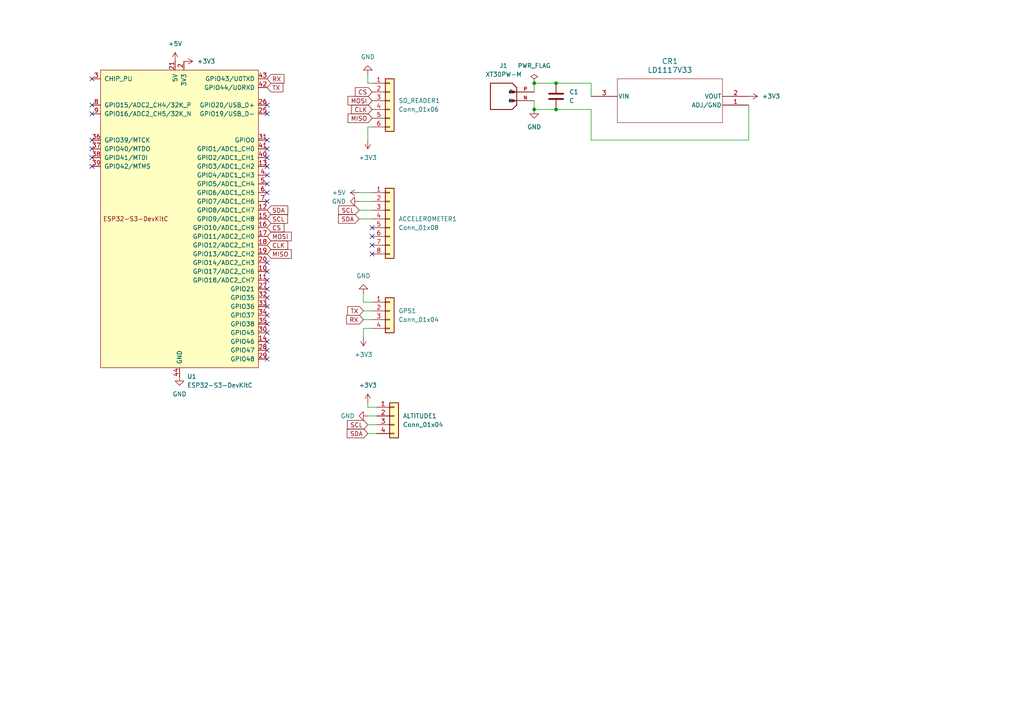
<source format=kicad_sch>
(kicad_sch (version 20231120) (generator "eeschema") (generator_version "8.0")
  (paper "A4")
  (lib_symbols
    (symbol "Connector_Generic:Conn_01x04" (pin_names (offset 1.016) hide)
      (property "Reference" "J" (at 0 5.08 0))
      (property "Value" "Conn_01x04" (at 0 -7.62 0))
      (symbol "Conn_01x04_1_1"
        (rectangle (start -1.27 -4.953) (end 0 -5.207) (stroke (width 0.1524)))
        (rectangle (start -1.27 -2.413) (end 0 -2.667) (stroke (width 0.1524)))
        (rectangle (start -1.27 0.127) (end 0 -0.127) (stroke (width 0.1524)))
        (rectangle (start -1.27 2.667) (end 0 2.413) (stroke (width 0.1524)))
        (rectangle (start -1.27 3.81) (end 1.27 -6.35) (stroke (width 0.254)) (fill (type background)))
        (pin passive line (at -5.08 2.54 0) (length 3.81) (name "Pin_1") (number "1"))
        (pin passive line (at -5.08 0 0) (length 3.81) (name "Pin_2") (number "2"))
        (pin passive line (at -5.08 -2.54 0) (length 3.81) (name "Pin_3") (number "3"))
        (pin passive line (at -5.08 -5.08 0) (length 3.81) (name "Pin_4") (number "4"))
      )
    )
    (symbol "Connector_Generic:Conn_01x06" (pin_names (offset 1.016) hide)
      (property "Reference" "J" (at 0 7.62 0))
      (property "Value" "Conn_01x06" (at 0 -10.16 0))
      (symbol "Conn_01x06_1_1"
        (rectangle (start -1.27 -7.493) (end 0 -7.747) (stroke (width 0.1524)))
        (rectangle (start -1.27 -4.953) (end 0 -5.207) (stroke (width 0.1524)))
        (rectangle (start -1.27 -2.413) (end 0 -2.667) (stroke (width 0.1524)))
        (rectangle (start -1.27 0.127) (end 0 -0.127) (stroke (width 0.1524)))
        (rectangle (start -1.27 2.667) (end 0 2.413) (stroke (width 0.1524)))
        (rectangle (start -1.27 5.207) (end 0 4.953) (stroke (width 0.1524)))
        (rectangle (start -1.27 6.35) (end 1.27 -8.89) (stroke (width 0.254)) (fill (type background)))
        (pin passive line (at -5.08 5.08 0) (length 3.81) (name "Pin_1") (number "1"))
        (pin passive line (at -5.08 2.54 0) (length 3.81) (name "Pin_2") (number "2"))
        (pin passive line (at -5.08 0 0) (length 3.81) (name "Pin_3") (number "3"))
        (pin passive line (at -5.08 -2.54 0) (length 3.81) (name "Pin_4") (number "4"))
        (pin passive line (at -5.08 -5.08 0) (length 3.81) (name "Pin_5") (number "5"))
        (pin passive line (at -5.08 -7.62 0) (length 3.81) (name "Pin_6") (number "6"))
      )
    )
    (symbol "Connector_Generic:Conn_01x08" (pin_names (offset 1.016) hide)
      (property "Reference" "J" (at 0 10.16 0))
      (property "Value" "Conn_01x08" (at 0 -12.7 0))
      (symbol "Conn_01x08_1_1"
        (rectangle (start -1.27 -10.033) (end 0 -10.287) (stroke (width 0.1524)))
        (rectangle (start -1.27 -7.493) (end 0 -7.747) (stroke (width 0.1524)))
        (rectangle (start -1.27 -4.953) (end 0 -5.207) (stroke (width 0.1524)))
        (rectangle (start -1.27 -2.413) (end 0 -2.667) (stroke (width 0.1524)))
        (rectangle (start -1.27 0.127) (end 0 -0.127) (stroke (width 0.1524)))
        (rectangle (start -1.27 2.667) (end 0 2.413) (stroke (width 0.1524)))
        (rectangle (start -1.27 5.207) (end 0 4.953) (stroke (width 0.1524)))
        (rectangle (start -1.27 7.747) (end 0 7.493) (stroke (width 0.1524)))
        (rectangle (start -1.27 8.89) (end 1.27 -11.43) (stroke (width 0.254)) (fill (type background)))
        (pin passive line (at -5.08 7.62 0) (length 3.81) (name "Pin_1") (number "1"))
        (pin passive line (at -5.08 5.08 0) (length 3.81) (name "Pin_2") (number "2"))
        (pin passive line (at -5.08 2.54 0) (length 3.81) (name "Pin_3") (number "3"))
        (pin passive line (at -5.08 0 0) (length 3.81) (name "Pin_4") (number "4"))
        (pin passive line (at -5.08 -2.54 0) (length 3.81) (name "Pin_5") (number "5"))
        (pin passive line (at -5.08 -5.08 0) (length 3.81) (name "Pin_6") (number "6"))
        (pin passive line (at -5.08 -7.62 0) (length 3.81) (name "Pin_7") (number "7"))
        (pin passive line (at -5.08 -10.16 0) (length 3.81) (name "Pin_8") (number "8"))
      )
    )
    (symbol "Device:C" (pin_numbers hide) (pin_names (offset 0.254))
      (property "Reference" "C" (at 0.635 2.54 0))
      (property "Value" "C" (at 0.635 -2.54 0))
      (symbol "C_0_1"
        (polyline (pts (xy -2.032 -0.762) (xy 2.032 -0.762)) (stroke (width 0.508)))
        (polyline (pts (xy -2.032 0.762) (xy 2.032 0.762)) (stroke (width 0.508)))
      )
      (symbol "C_1_1"
        (pin passive line (at 0 3.81 270) (length 2.794) (name "~") (number "1"))
        (pin passive line (at 0 -3.81 90) (length 2.794) (name "~") (number "2"))
      )
    )
    (symbol "LD117V33:LD1117V33" (pin_names (offset 0.254))
      (property "Reference" "CR" (at 22.86 10.16 0))
      (property "Value" "LD1117V33" (at 22.86 7.62 0))
      (symbol "LD1117V33_0_1"
        (polyline (pts (xy 7.62 -7.62) (xy 38.1 -7.62)) (stroke (width 0.127)))
        (polyline (pts (xy 7.62 5.08) (xy 7.62 -7.62)) (stroke (width 0.127)))
        (polyline (pts (xy 38.1 -7.62) (xy 38.1 5.08)) (stroke (width 0.127)))
        (polyline (pts (xy 38.1 5.08) (xy 7.62 5.08)) (stroke (width 0.127)))
        (pin power_out line (at 0 0 0) (length 7.62) (name "ADJ/GND") (number "1"))
        (pin power_in line (at 0 -2.54 0) (length 7.62) (name "VOUT") (number "2"))
        (pin power_in line (at 45.72 -2.54 180) (length 7.62) (name "VIN") (number "3"))
      )
    )
    (symbol "PCM_Espressif:ESP32-S3-DevKitC" (pin_names (offset 1.016))
      (property "Reference" "U" (at -22.86 48.26 0))
      (property "Value" "ESP32-S3-DevKitC" (at -22.86 45.72 0))
      (symbol "ESP32-S3-DevKitC_0_0"
        (text "ESP32-S3-DevKitC" (at -12.7 0 0) (effects (font (size 1.27 1.27))))
        (pin bidirectional line (at 25.4 -35.56 180) (length 2.54) (name "GPIO46") (number "14"))
        (pin bidirectional line (at 25.4 -10.16 180) (length 2.54) (name "GPIO13/ADC2_CH2") (number "19"))
        (pin bidirectional line (at -25.4 15.24 0) (length 2.54) (name "GPIO42/MTMS") (number "39"))
        (pin bidirectional line (at 25.4 17.78 180) (length 2.54) (name "GPIO2/ADC1_CH1") (number "40"))
        (pin bidirectional line (at 25.4 20.32 180) (length 2.54) (name "GPIO1/ADC1_CH0") (number "41"))
        (pin bidirectional line (at 25.4 38.1 180) (length 2.54) (name "GPIO44/U0RXD") (number "42"))
        (pin bidirectional line (at 25.4 40.64 180) (length 2.54) (name "GPIO43/U0TXD") (number "43"))
        (pin power_in line (at 0 -45.72 90) (length 2.54) (name "GND") (number "44"))
      )
      (symbol "ESP32-S3-DevKitC_0_1"
        (rectangle (start -22.86 43.18) (end 22.86 -43.18) (fill (type background)))
        (pin power_in line (at 1.27 45.72 270) (length 2.54) (name "3V3") (number "2"))
      )
      (symbol "ESP32-S3-DevKitC_1_1"
        (pin passive line (at 1.27 45.72 270) (length 2.54) hide (name "3V3") (number "1"))
        (pin bidirectional line (at 25.4 -15.24 180) (length 2.54) (name "GPIO17/ADC2_CH6") (number "10"))
        (pin bidirectional line (at 25.4 -17.78 180) (length 2.54) (name "GPIO18/ADC2_CH7") (number "11"))
        (pin bidirectional line (at 25.4 2.54 180) (length 2.54) (name "GPIO8/ADC1_CH7") (number "12"))
        (pin bidirectional line (at 25.4 15.24 180) (length 2.54) (name "GPIO3/ADC1_CH2") (number "13"))
        (pin bidirectional line (at 25.4 0 180) (length 2.54) (name "GPIO9/ADC1_CH8") (number "15"))
        (pin bidirectional line (at 25.4 -2.54 180) (length 2.54) (name "GPIO10/ADC1_CH9") (number "16"))
        (pin bidirectional line (at 25.4 -5.08 180) (length 2.54) (name "GPIO11/ADC2_CH0") (number "17"))
        (pin bidirectional line (at 25.4 -7.62 180) (length 2.54) (name "GPIO12/ADC2_CH1") (number "18"))
        (pin bidirectional line (at 25.4 -12.7 180) (length 2.54) (name "GPIO14/ADC2_CH3") (number "20"))
        (pin power_in line (at -1.27 45.72 270) (length 2.54) (name "5V") (number "21"))
        (pin passive line (at 0 -45.72 90) (length 2.54) hide (name "GND") (number "22"))
        (pin passive line (at 0 -45.72 90) (length 2.54) hide (name "GND") (number "23"))
        (pin passive line (at 0 -45.72 90) (length 2.54) hide (name "GND") (number "24"))
        (pin bidirectional line (at 25.4 30.48 180) (length 2.54) (name "GPIO19/USB_D-") (number "25"))
        (pin bidirectional line (at 25.4 33.02 180) (length 2.54) (name "GPIO20/USB_D+") (number "26"))
        (pin bidirectional line (at 25.4 -20.32 180) (length 2.54) (name "GPIO21") (number "27"))
        (pin bidirectional line (at 25.4 -38.1 180) (length 2.54) (name "GPIO47") (number "28"))
        (pin bidirectional line (at 25.4 -40.64 180) (length 2.54) (name "GPIO48") (number "29"))
        (pin input line (at -25.4 40.64 0) (length 2.54) (name "CHIP_PU") (number "3"))
        (pin bidirectional line (at 25.4 -33.02 180) (length 2.54) (name "GPIO45") (number "30"))
        (pin bidirectional line (at 25.4 22.86 180) (length 2.54) (name "GPIO0") (number "31"))
        (pin bidirectional line (at 25.4 -22.86 180) (length 2.54) (name "GPIO35") (number "32"))
        (pin bidirectional line (at 25.4 -25.4 180) (length 2.54) (name "GPIO36") (number "33"))
        (pin bidirectional line (at 25.4 -27.94 180) (length 2.54) (name "GPIO37") (number "34"))
        (pin bidirectional line (at 25.4 -30.48 180) (length 2.54) (name "GPIO38") (number "35"))
        (pin bidirectional line (at -25.4 22.86 0) (length 2.54) (name "GPIO39/MTCK") (number "36"))
        (pin bidirectional line (at -25.4 20.32 0) (length 2.54) (name "GPIO40/MTDO") (number "37"))
        (pin bidirectional line (at -25.4 17.78 0) (length 2.54) (name "GPIO41/MTDI") (number "38"))
        (pin bidirectional line (at 25.4 12.7 180) (length 2.54) (name "GPIO4/ADC1_CH3") (number "4"))
        (pin bidirectional line (at 25.4 10.16 180) (length 2.54) (name "GPIO5/ADC1_CH4") (number "5"))
        (pin bidirectional line (at 25.4 7.62 180) (length 2.54) (name "GPIO6/ADC1_CH5") (number "6"))
        (pin bidirectional line (at 25.4 5.08 180) (length 2.54) (name "GPIO7/ADC1_CH6") (number "7"))
        (pin bidirectional line (at -25.4 33.02 0) (length 2.54) (name "GPIO15/ADC2_CH4/32K_P") (number "8"))
        (pin bidirectional line (at -25.4 30.48 0) (length 2.54) (name "GPIO16/ADC2_CH5/32K_N") (number "9"))
      )
    )
    (symbol "XT30PW-M:XT30PW-M" (pin_names (offset 1.016))
      (property "Reference" "J" (at -7.62 3.302 0))
      (property "Value" "XT30PW-M" (at -7.62 -7.62 0))
      (symbol "XT30PW-M_0_0"
        (rectangle (start -2.2225 -2.8575) (end -0.635 -2.2225) (stroke (width 0.1)) (fill (type outline)))
        (rectangle (start -2.2225 -0.3175) (end -0.635 0.3175) (stroke (width 0.1)) (fill (type outline)))
        (polyline (pts (xy -7.62 -5.08) (xy -7.62 2.54)) (stroke (width 0.254)))
        (polyline (pts (xy -7.62 2.54) (xy -1.27 2.54)) (stroke (width 0.254)))
        (polyline (pts (xy -1.27 -5.08) (xy -7.62 -5.08)) (stroke (width 0.254)))
        (polyline (pts (xy 0 -3.81) (xy -1.27 -5.08)) (stroke (width 0.254)))
        (polyline (pts (xy 0 -2.54) (xy -1.905 -2.54)) (stroke (width 0.254)))
        (polyline (pts (xy 0 0) (xy -1.905 0)) (stroke (width 0.254)))
        (polyline (pts (xy 0 0) (xy 0 -3.81)) (stroke (width 0.254)))
        (polyline (pts (xy 0 1.27) (xy -1.27 2.54)) (stroke (width 0.254)))
        (polyline (pts (xy 0 1.27) (xy 0 0)) (stroke (width 0.254)))
        (pin power_in line (at 5.08 -2.54 180) (length 5.08) (name "N") (number "N"))
        (pin power_in line (at 5.08 0 180) (length 5.08) (name "P") (number "P"))
      )
    )
    (symbol "power:+3V3" (power) (pin_numbers hide) (pin_names (offset 0) hide)
      (property "Value" "+3V3" (at 0 3.556 0))
      (symbol "+3V3_0_1"
        (polyline (pts (xy -0.762 1.27) (xy 0 2.54)))
        (polyline (pts (xy 0 0) (xy 0 2.54)))
        (polyline (pts (xy 0 2.54) (xy 0.762 1.27)))
      )
      (symbol "+3V3_1_1"
        (pin power_in line (at 0 0 90) (length 0) (name "~") (number "1"))
      )
    )
    (symbol "power:+5V" (power) (pin_numbers hide) (pin_names (offset 0) hide)
      (property "Value" "+5V" (at 0 3.556 0))
      (symbol "+5V_0_1"
        (polyline (pts (xy -0.762 1.27) (xy 0 2.54)))
        (polyline (pts (xy 0 0) (xy 0 2.54)))
        (polyline (pts (xy 0 2.54) (xy 0.762 1.27)))
      )
      (symbol "+5V_1_1"
        (pin power_in line (at 0 0 90) (length 0) (name "~") (number "1"))
      )
    )
    (symbol "power:GND" (power) (pin_numbers hide) (pin_names (offset 0) hide)
      (property "Value" "GND" (at 0 -3.81 0))
      (symbol "GND_0_1"
        (polyline (pts (xy 0 0) (xy 0 -1.27) (xy 1.27 -1.27) (xy 0 -2.54) (xy -1.27 -1.27) (xy 0 -1.27)))
      )
      (symbol "GND_1_1"
        (pin power_in line (at 0 0 270) (length 0) (name "~") (number "1"))
      )
    )
    (symbol "power:PWR_FLAG" (power) (pin_numbers hide) (pin_names (offset 0) hide)
      (property "Value" "PWR_FLAG" (at 0 3.81 0))
      (symbol "PWR_FLAG_0_0"
        (pin power_out line (at 0 0 90) (length 0) (name "~") (number "1"))
      )
      (symbol "PWR_FLAG_0_1"
        (polyline (pts (xy 0 0) (xy 0 1.27) (xy -1.016 1.905) (xy 0 2.54) (xy 1.016 1.905) (xy 0 1.27)))
      )
    )
  )
  (junction (at 161.29 24.13))
  (junction (at 154.94 24.13))
  (junction (at 161.29 31.75))
  (junction (at 154.94 31.75))
  (no_connect (at 26.67 48.26))
  (no_connect (at 26.67 45.72))
  (no_connect (at 107.95 71.12))
  (no_connect (at 77.47 101.6))
  (no_connect (at 77.47 86.36))
  (no_connect (at 77.47 76.2))
  (no_connect (at 77.47 45.72))
  (no_connect (at 77.47 93.98))
  (no_connect (at 26.67 30.48))
  (no_connect (at 77.47 50.8))
  (no_connect (at 77.47 81.28))
  (no_connect (at 26.67 33.02))
  (no_connect (at 77.47 78.74))
  (no_connect (at 26.67 43.18))
  (no_connect (at 77.47 48.26))
  (no_connect (at 77.47 43.18))
  (no_connect (at 77.47 99.06))
  (no_connect (at 77.47 88.9))
  (no_connect (at 77.47 104.14))
  (no_connect (at 26.67 40.64))
  (no_connect (at 77.47 30.48))
  (no_connect (at 107.95 73.66))
  (no_connect (at 107.95 66.04))
  (no_connect (at 77.47 83.82))
  (no_connect (at 77.47 33.02))
  (no_connect (at 77.47 58.42))
  (no_connect (at 77.47 96.52))
  (no_connect (at 77.47 40.64))
  (no_connect (at 26.67 22.86))
  (no_connect (at 77.47 53.34))
  (no_connect (at 107.95 68.58))
  (no_connect (at 77.47 55.88))
  (no_connect (at 77.47 91.44))
  (wire (pts (xy 106.68 118.11) (xy 109.22 118.11)))
  (wire (pts (xy 217.17 40.64) (xy 217.17 30.48)))
  (wire (pts (xy 107.95 95.25) (xy 105.41 95.25)))
  (wire (pts (xy 104.14 55.88) (xy 107.95 55.88)))
  (wire (pts (xy 106.68 36.83) (xy 106.68 40.64)))
  (wire (pts (xy 106.68 21.59) (xy 106.68 24.13)))
  (wire (pts (xy 171.45 40.64) (xy 217.17 40.64)))
  (wire (pts (xy 107.95 36.83) (xy 106.68 36.83)))
  (wire (pts (xy 104.14 63.5) (xy 107.95 63.5)))
  (wire (pts (xy 106.68 120.65) (xy 109.22 120.65)))
  (wire (pts (xy 154.94 26.67) (xy 154.94 24.13)))
  (wire (pts (xy 154.94 29.21) (xy 154.94 31.75)))
  (wire (pts (xy 154.94 24.13) (xy 161.29 24.13)))
  (wire (pts (xy 106.68 24.13) (xy 107.95 24.13)))
  (wire (pts (xy 105.41 87.63) (xy 107.95 87.63)))
  (wire (pts (xy 104.14 60.96) (xy 107.95 60.96)))
  (wire (pts (xy 105.41 92.71) (xy 107.95 92.71)))
  (wire (pts (xy 171.45 24.13) (xy 171.45 27.94)))
  (wire (pts (xy 104.14 58.42) (xy 107.95 58.42)))
  (wire (pts (xy 105.41 95.25) (xy 105.41 97.79)))
  (wire (pts (xy 106.68 125.73) (xy 109.22 125.73)))
  (wire (pts (xy 171.45 31.75) (xy 171.45 40.64)))
  (wire (pts (xy 106.68 116.84) (xy 106.68 118.11)))
  (wire (pts (xy 105.41 85.09) (xy 105.41 87.63)))
  (wire (pts (xy 106.68 123.19) (xy 109.22 123.19)))
  (wire (pts (xy 161.29 24.13) (xy 171.45 24.13)))
  (wire (pts (xy 161.29 31.75) (xy 171.45 31.75)))
  (wire (pts (xy 154.94 31.75) (xy 161.29 31.75)))
  (wire (pts (xy 105.41 90.17) (xy 107.95 90.17)))
  (global_label "SDA" (shape input) (at 106.68 125.73 180) (property "Intersheetrefs" "${INTERSHEET_REFS}" (effects (hide yes))))
  (global_label "MISO" (shape input) (at 107.95 34.29 180) (property "Intersheetrefs" "${INTERSHEET_REFS}" (effects (hide yes))))
  (global_label "TX" (shape input) (at 77.47 25.4 0) (property "Intersheetrefs" "${INTERSHEET_REFS}" (effects (hide yes))))
  (global_label "RX" (shape input) (at 77.47 22.86 0) (property "Intersheetrefs" "${INTERSHEET_REFS}" (effects (hide yes))))
  (global_label "SCL" (shape input) (at 106.68 123.19 180) (property "Intersheetrefs" "${INTERSHEET_REFS}" (effects (hide yes))))
  (global_label "TX" (shape input) (at 105.41 90.17 180) (property "Intersheetrefs" "${INTERSHEET_REFS}" (effects (hide yes))))
  (global_label "MOSI" (shape input) (at 77.47 68.58 0) (property "Intersheetrefs" "${INTERSHEET_REFS}" (effects (hide yes))))
  (global_label "RX" (shape input) (at 105.41 92.71 180) (property "Intersheetrefs" "${INTERSHEET_REFS}" (effects (hide yes))))
  (global_label "MOSI" (shape input) (at 107.95 29.21 180) (property "Intersheetrefs" "${INTERSHEET_REFS}" (effects (hide yes))))
  (global_label "MISO" (shape input) (at 77.47 73.66 0) (property "Intersheetrefs" "${INTERSHEET_REFS}" (effects (hide yes))))
  (global_label "SDA" (shape input) (at 104.14 63.5 180) (property "Intersheetrefs" "${INTERSHEET_REFS}" (effects (hide yes))))
  (global_label "SDA" (shape input) (at 77.47 60.96 0) (property "Intersheetrefs" "${INTERSHEET_REFS}" (effects (hide yes))))
  (global_label "CS" (shape input) (at 77.47 66.04 0) (property "Intersheetrefs" "${INTERSHEET_REFS}" (effects (hide yes))))
  (global_label "CS" (shape input) (at 107.95 26.67 180) (property "Intersheetrefs" "${INTERSHEET_REFS}" (effects (hide yes))))
  (global_label "CLK" (shape input) (at 107.95 31.75 180) (property "Intersheetrefs" "${INTERSHEET_REFS}" (effects (hide yes))))
  (global_label "CLK" (shape input) (at 77.47 71.12 0) (property "Intersheetrefs" "${INTERSHEET_REFS}" (effects (hide yes))))
  (global_label "SCL" (shape input) (at 104.14 60.96 180) (property "Intersheetrefs" "${INTERSHEET_REFS}" (effects (hide yes))))
  (global_label "SCL" (shape input) (at 77.47 63.5 0) (property "Intersheetrefs" "${INTERSHEET_REFS}" (effects (hide yes))))
  (symbol (lib_id "power:GND") (at 105.41 85.09 180) (unit 1)
    (property "Reference" "#PWR05" (effects (hide yes)))
    (property "Value" "GND" (at 105.41 80.01 0))
    (property "Description" "Power symbol creates a global label with name \"GND\" , ground" (effects (hide yes)))
  )
  (symbol (lib_id "Connector_Generic:Conn_01x04") (at 113.03 90.17 0) (unit 1)
    (property "Reference" "GPS1" (at 115.57 90.1699 0) (effects (justify left)))
    (property "Value" "Conn_01x04" (at 115.57 92.7099 0) (effects (justify left)))
    (property "Footprint" "Connector_PinHeader_2.54mm:PinHeader_1x04_P2.54mm_Vertical" (effects (hide yes)))
    (property "Description" "Generic connector, single row, 01x04, script generated (kicad-library-utils/schlib/autogen/connector/)" (effects (hide yes)))
  )
  (symbol (lib_id "power:+3V3") (at 217.17 27.94 270) (unit 1)
    (property "Reference" "#PWR012" (effects (hide yes)))
    (property "Value" "+3V3" (at 220.98 27.9399 90) (effects (justify left)))
    (property "Description" "Power symbol creates a global label with name \"+3V3\"" (effects (hide yes)))
  )
  (symbol (lib_id "power:PWR_FLAG") (at 154.94 24.13 0) (unit 1)
    (property "Reference" "#FLG01" (effects (hide yes)))
    (property "Value" "PWR_FLAG" (at 154.94 19.05 0))
    (property "Description" "Special symbol for telling ERC where power comes from" (effects (hide yes)))
  )
  (symbol (lib_id "power:GND") (at 104.14 58.42 270) (unit 1)
    (property "Reference" "#PWR08" (effects (hide yes)))
    (property "Value" "GND" (at 100.33 58.4199 90) (effects (justify right)))
    (property "Description" "Power symbol creates a global label with name \"GND\" , ground" (effects (hide yes)))
  )
  (symbol (lib_id "LD117V33:LD1117V33") (at 217.17 30.48 180) (unit 1)
    (property "Reference" "CR1" (at 194.31 17.78 0) (effects (font (size 1.524 1.524))))
    (property "Value" "LD1117V33" (at 194.31 20.32 0) (effects (font (size 1.524 1.524))))
    (property "Footprint" "TO-220_STM" (effects (hide yes)))
    (property "Datasheet" "LD1117V33" (effects (hide yes)))
  )
  (symbol (lib_id "power:GND") (at 106.68 21.59 180) (unit 1)
    (property "Reference" "#PWR09" (effects (hide yes)))
    (property "Value" "GND" (at 106.68 16.51 0))
    (property "Description" "Power symbol creates a global label with name \"GND\" , ground" (effects (hide yes)))
  )
  (symbol (lib_id "power:+5V") (at 104.14 55.88 90) (unit 1)
    (property "Reference" "#PWR04" (effects (hide yes)))
    (property "Value" "+5V" (at 100.33 55.8799 90) (effects (justify left)))
    (property "Description" "Power symbol creates a global label with name \"+5V\"" (effects (hide yes)))
  )
  (symbol (lib_id "XT30PW-M:XT30PW-M") (at 149.86 26.67 0) (unit 1)
    (property "Reference" "J1" (at 146.05 19.05 0))
    (property "Value" "XT30PW-M" (at 146.05 21.59 0))
    (property "Footprint" "XT30PW-M:AMASS_XT30PW-M" (effects (hide yes)))
    (property "MF" "AMASS" (effects (hide yes)))
    (property "MAXIMUM_PACKAGE_HEIGHT" "5 mm" (effects (hide yes)))
    (property "Package" "None" (effects (hide yes)))
    (property "Price" "None" (effects (hide yes)))
    (property "Check_prices" "https://www.snapeda.com/parts/XT30PW-M/AMASS/view-part/?ref=eda" (effects (hide yes)))
    (property "STANDARD" "Manufacturer Recommendations" (effects (hide yes)))
    (property "PARTREV" "1.2" (effects (hide yes)))
    (property "SnapEDA_Link" "https://www.snapeda.com/parts/XT30PW-M/AMASS/view-part/?ref=snap" (effects (hide yes)))
    (property "MP" "XT30PW-M" (effects (hide yes)))
    (property "Description_1" "\n                        \n                            Socket; DC supply; XT30; male; PIN: 2; on PCBs; THT; Colour: yellow\n                        \n" (effects (hide yes)))
    (property "MANUFACTURER" "Amass" (effects (hide yes)))
    (property "Availability" "Not in stock" (effects (hide yes)))
    (property "SNAPEDA_PN" "XT30PW-M" (effects (hide yes)))
  )
  (symbol (lib_id "power:+3V3") (at 106.68 40.64 180) (unit 1)
    (property "Reference" "#PWR03" (effects (hide yes)))
    (property "Value" "+3V3" (at 106.68 45.72 0))
    (property "Description" "Power symbol creates a global label with name \"+3V3\"" (effects (hide yes)))
  )
  (symbol (lib_id "power:GND") (at 154.94 31.75 0) (unit 1)
    (property "Reference" "#PWR013" (effects (hide yes)))
    (property "Value" "GND" (at 154.94 36.83 0))
    (property "Description" "Power symbol creates a global label with name \"GND\" , ground" (effects (hide yes)))
  )
  (symbol (lib_id "Connector_Generic:Conn_01x08") (at 113.03 63.5 0) (unit 1)
    (property "Reference" "ACCELEROMETER1" (at 115.57 63.4999 0) (effects (justify left)))
    (property "Value" "Conn_01x08" (at 115.57 66.0399 0) (effects (justify left)))
    (property "Footprint" "Connector_PinHeader_2.54mm:PinHeader_1x08_P2.54mm_Vertical" (effects (hide yes)))
    (property "Description" "Generic connector, single row, 01x08, script generated (kicad-library-utils/schlib/autogen/connector/)" (effects (hide yes)))
  )
  (symbol (lib_id "power:+5V") (at 50.8 17.78 0) (unit 1)
    (property "Reference" "#PWR02" (effects (hide yes)))
    (property "Value" "+5V" (at 50.8 12.7 0))
    (property "Description" "Power symbol creates a global label with name \"+5V\"" (effects (hide yes)))
  )
  (symbol (lib_id "power:+3V3") (at 106.68 116.84 0) (unit 1)
    (property "Reference" "#PWR010" (effects (hide yes)))
    (property "Value" "+3V3" (at 106.68 111.76 0))
    (property "Description" "Power symbol creates a global label with name \"+3V3\"" (effects (hide yes)))
  )
  (symbol (lib_id "power:GND") (at 106.68 120.65 270) (unit 1)
    (property "Reference" "#PWR011" (effects (hide yes)))
    (property "Value" "GND" (at 102.87 120.6499 90) (effects (justify right)))
    (property "Description" "Power symbol creates a global label with name \"GND\" , ground" (effects (hide yes)))
  )
  (symbol (lib_id "Connector_Generic:Conn_01x04") (at 114.3 120.65 0) (unit 1)
    (property "Reference" "ALTITUDE1" (at 116.84 120.6499 0) (effects (justify left)))
    (property "Value" "Conn_01x04" (at 116.84 123.1899 0) (effects (justify left)))
    (property "Footprint" "Connector_PinHeader_2.54mm:PinHeader_1x04_P2.54mm_Vertical" (effects (hide yes)))
    (property "Description" "Generic connector, single row, 01x04, script generated (kicad-library-utils/schlib/autogen/connector/)" (effects (hide yes)))
  )
  (symbol (lib_id "power:GND") (at 52.07 109.22 0) (unit 1)
    (property "Reference" "#PWR01" (effects (hide yes)))
    (property "Value" "GND" (at 52.07 114.3 0))
    (property "Description" "Power symbol creates a global label with name \"GND\" , ground" (effects (hide yes)))
  )
  (symbol (lib_id "power:+3V3") (at 53.34 17.78 270) (unit 1)
    (property "Reference" "#PWR06" (effects (hide yes)))
    (property "Value" "+3V3" (at 57.15 17.7799 90) (effects (justify left)))
    (property "Description" "Power symbol creates a global label with name \"+3V3\"" (effects (hide yes)))
  )
  (symbol (lib_id "power:+3V3") (at 105.41 97.79 180) (unit 1)
    (property "Reference" "#PWR07" (effects (hide yes)))
    (property "Value" "+3V3" (at 105.41 102.87 0))
    (property "Description" "Power symbol creates a global label with name \"+3V3\"" (effects (hide yes)))
  )
  (symbol (lib_id "Connector_Generic:Conn_01x06") (at 113.03 29.21 0) (unit 1)
    (property "Reference" "SD_READER1" (at 115.57 29.2099 0) (effects (justify left)))
    (property "Value" "Conn_01x06" (at 115.57 31.7499 0) (effects (justify left)))
    (property "Footprint" "Connector_PinHeader_2.54mm:PinHeader_1x06_P2.54mm_Vertical" (effects (hide yes)))
    (property "Description" "Generic connector, single row, 01x06, script generated (kicad-library-utils/schlib/autogen/connector/)" (effects (hide yes)))
  )
  (symbol (lib_id "Device:C") (at 161.29 27.94 0) (unit 1)
    (property "Reference" "C1" (at 165.1 26.6699 0) (effects (justify left)))
    (property "Value" "C" (at 165.1 29.2099 0) (effects (justify left)))
    (property "Footprint" "Capacitor_SMD:C_0805_2012Metric_Pad1.18x1.45mm_HandSolder" (effects (hide yes)))
    (property "Description" "Unpolarized capacitor" (effects (hide yes)))
  )
  (symbol (lib_id "PCM_Espressif:ESP32-S3-DevKitC") (at 52.07 63.5 0) (unit 1)
    (property "Reference" "U1" (at 54.2641 109.22 0) (effects (justify left)))
    (property "Value" "ESP32-S3-DevKitC" (at 54.2641 111.76 0) (effects (justify left)))
    (property "Footprint" "PCM_Espressif:ESP32-S3-DevKitC" (effects (hide yes)))
    (property "Description" "ESP32-S3-DevKitC" (effects (hide yes)))
  )
)
</source>
